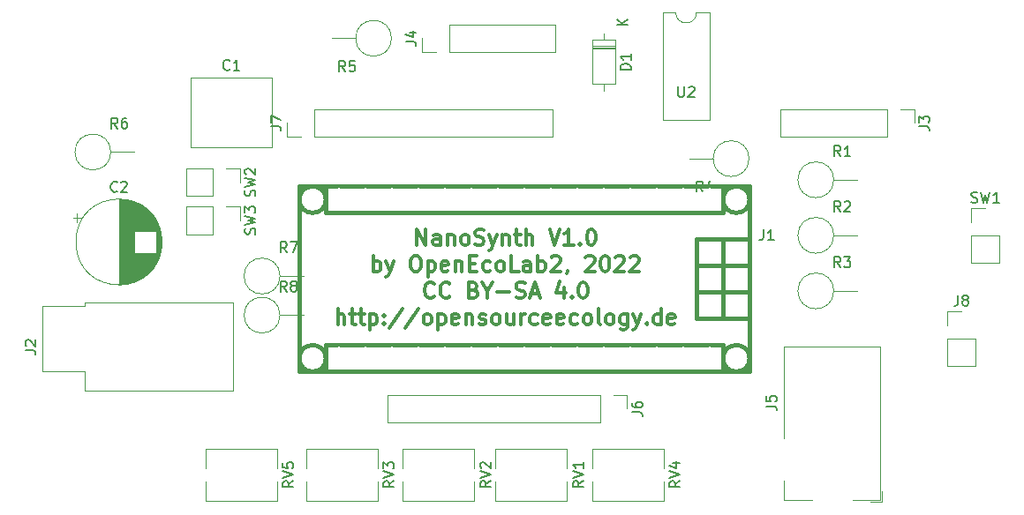
<source format=gto>
G04 #@! TF.GenerationSoftware,KiCad,Pcbnew,5.0.2+dfsg1-1~bpo9+1*
G04 #@! TF.CreationDate,2022-10-20T11:28:44+02:00*
G04 #@! TF.ProjectId,nanosynth,6e616e6f-7379-46e7-9468-2e6b69636164,V.01*
G04 #@! TF.SameCoordinates,Original*
G04 #@! TF.FileFunction,Legend,Top*
G04 #@! TF.FilePolarity,Positive*
%FSLAX46Y46*%
G04 Gerber Fmt 4.6, Leading zero omitted, Abs format (unit mm)*
G04 Created by KiCad (PCBNEW 5.0.2+dfsg1-1~bpo9+1) date Do 20 Okt 2022 11:28:44 CEST*
%MOMM*%
%LPD*%
G01*
G04 APERTURE LIST*
%ADD10C,0.300000*%
%ADD11C,0.120000*%
%ADD12C,0.381000*%
%ADD13C,0.150000*%
%ADD14C,0.203200*%
%ADD15O,1.700000X1.700000*%
%ADD16R,1.700000X1.700000*%
%ADD17C,1.440000*%
%ADD18C,1.600000*%
%ADD19R,1.600000X1.600000*%
%ADD20O,1.600000X1.600000*%
%ADD21O,1.524000X2.199640*%
%ADD22O,1.524000X2.197100*%
%ADD23O,1.800000X2.800000*%
%ADD24R,3.500000X3.500000*%
%ADD25C,0.100000*%
%ADD26C,3.000000*%
%ADD27C,3.500000*%
%ADD28R,2.400000X1.600000*%
%ADD29O,2.400000X1.600000*%
%ADD30C,0.900000*%
%ADD31C,8.000000*%
G04 APERTURE END LIST*
D10*
X99668285Y-93754571D02*
X99668285Y-92254571D01*
X100525428Y-93754571D01*
X100525428Y-92254571D01*
X101882571Y-93754571D02*
X101882571Y-92968857D01*
X101811142Y-92826000D01*
X101668285Y-92754571D01*
X101382571Y-92754571D01*
X101239714Y-92826000D01*
X101882571Y-93683142D02*
X101739714Y-93754571D01*
X101382571Y-93754571D01*
X101239714Y-93683142D01*
X101168285Y-93540285D01*
X101168285Y-93397428D01*
X101239714Y-93254571D01*
X101382571Y-93183142D01*
X101739714Y-93183142D01*
X101882571Y-93111714D01*
X102596857Y-92754571D02*
X102596857Y-93754571D01*
X102596857Y-92897428D02*
X102668285Y-92826000D01*
X102811142Y-92754571D01*
X103025428Y-92754571D01*
X103168285Y-92826000D01*
X103239714Y-92968857D01*
X103239714Y-93754571D01*
X104168285Y-93754571D02*
X104025428Y-93683142D01*
X103954000Y-93611714D01*
X103882571Y-93468857D01*
X103882571Y-93040285D01*
X103954000Y-92897428D01*
X104025428Y-92826000D01*
X104168285Y-92754571D01*
X104382571Y-92754571D01*
X104525428Y-92826000D01*
X104596857Y-92897428D01*
X104668285Y-93040285D01*
X104668285Y-93468857D01*
X104596857Y-93611714D01*
X104525428Y-93683142D01*
X104382571Y-93754571D01*
X104168285Y-93754571D01*
X105239714Y-93683142D02*
X105454000Y-93754571D01*
X105811142Y-93754571D01*
X105954000Y-93683142D01*
X106025428Y-93611714D01*
X106096857Y-93468857D01*
X106096857Y-93326000D01*
X106025428Y-93183142D01*
X105954000Y-93111714D01*
X105811142Y-93040285D01*
X105525428Y-92968857D01*
X105382571Y-92897428D01*
X105311142Y-92826000D01*
X105239714Y-92683142D01*
X105239714Y-92540285D01*
X105311142Y-92397428D01*
X105382571Y-92326000D01*
X105525428Y-92254571D01*
X105882571Y-92254571D01*
X106096857Y-92326000D01*
X106596857Y-92754571D02*
X106954000Y-93754571D01*
X107311142Y-92754571D02*
X106954000Y-93754571D01*
X106811142Y-94111714D01*
X106739714Y-94183142D01*
X106596857Y-94254571D01*
X107882571Y-92754571D02*
X107882571Y-93754571D01*
X107882571Y-92897428D02*
X107954000Y-92826000D01*
X108096857Y-92754571D01*
X108311142Y-92754571D01*
X108454000Y-92826000D01*
X108525428Y-92968857D01*
X108525428Y-93754571D01*
X109025428Y-92754571D02*
X109596857Y-92754571D01*
X109239714Y-92254571D02*
X109239714Y-93540285D01*
X109311142Y-93683142D01*
X109454000Y-93754571D01*
X109596857Y-93754571D01*
X110096857Y-93754571D02*
X110096857Y-92254571D01*
X110739714Y-93754571D02*
X110739714Y-92968857D01*
X110668285Y-92826000D01*
X110525428Y-92754571D01*
X110311142Y-92754571D01*
X110168285Y-92826000D01*
X110096857Y-92897428D01*
X112382571Y-92254571D02*
X112882571Y-93754571D01*
X113382571Y-92254571D01*
X114668285Y-93754571D02*
X113811142Y-93754571D01*
X114239714Y-93754571D02*
X114239714Y-92254571D01*
X114096857Y-92468857D01*
X113954000Y-92611714D01*
X113811142Y-92683142D01*
X115311142Y-93611714D02*
X115382571Y-93683142D01*
X115311142Y-93754571D01*
X115239714Y-93683142D01*
X115311142Y-93611714D01*
X115311142Y-93754571D01*
X116311142Y-92254571D02*
X116454000Y-92254571D01*
X116596857Y-92326000D01*
X116668285Y-92397428D01*
X116739714Y-92540285D01*
X116811142Y-92826000D01*
X116811142Y-93183142D01*
X116739714Y-93468857D01*
X116668285Y-93611714D01*
X116596857Y-93683142D01*
X116454000Y-93754571D01*
X116311142Y-93754571D01*
X116168285Y-93683142D01*
X116096857Y-93611714D01*
X116025428Y-93468857D01*
X115954000Y-93183142D01*
X115954000Y-92826000D01*
X116025428Y-92540285D01*
X116096857Y-92397428D01*
X116168285Y-92326000D01*
X116311142Y-92254571D01*
X95489714Y-96304571D02*
X95489714Y-94804571D01*
X95489714Y-95376000D02*
X95632571Y-95304571D01*
X95918285Y-95304571D01*
X96061142Y-95376000D01*
X96132571Y-95447428D01*
X96204000Y-95590285D01*
X96204000Y-96018857D01*
X96132571Y-96161714D01*
X96061142Y-96233142D01*
X95918285Y-96304571D01*
X95632571Y-96304571D01*
X95489714Y-96233142D01*
X96704000Y-95304571D02*
X97061142Y-96304571D01*
X97418285Y-95304571D02*
X97061142Y-96304571D01*
X96918285Y-96661714D01*
X96846857Y-96733142D01*
X96704000Y-96804571D01*
X99418285Y-94804571D02*
X99704000Y-94804571D01*
X99846857Y-94876000D01*
X99989714Y-95018857D01*
X100061142Y-95304571D01*
X100061142Y-95804571D01*
X99989714Y-96090285D01*
X99846857Y-96233142D01*
X99704000Y-96304571D01*
X99418285Y-96304571D01*
X99275428Y-96233142D01*
X99132571Y-96090285D01*
X99061142Y-95804571D01*
X99061142Y-95304571D01*
X99132571Y-95018857D01*
X99275428Y-94876000D01*
X99418285Y-94804571D01*
X100704000Y-95304571D02*
X100704000Y-96804571D01*
X100704000Y-95376000D02*
X100846857Y-95304571D01*
X101132571Y-95304571D01*
X101275428Y-95376000D01*
X101346857Y-95447428D01*
X101418285Y-95590285D01*
X101418285Y-96018857D01*
X101346857Y-96161714D01*
X101275428Y-96233142D01*
X101132571Y-96304571D01*
X100846857Y-96304571D01*
X100704000Y-96233142D01*
X102632571Y-96233142D02*
X102489714Y-96304571D01*
X102204000Y-96304571D01*
X102061142Y-96233142D01*
X101989714Y-96090285D01*
X101989714Y-95518857D01*
X102061142Y-95376000D01*
X102204000Y-95304571D01*
X102489714Y-95304571D01*
X102632571Y-95376000D01*
X102704000Y-95518857D01*
X102704000Y-95661714D01*
X101989714Y-95804571D01*
X103346857Y-95304571D02*
X103346857Y-96304571D01*
X103346857Y-95447428D02*
X103418285Y-95376000D01*
X103561142Y-95304571D01*
X103775428Y-95304571D01*
X103918285Y-95376000D01*
X103989714Y-95518857D01*
X103989714Y-96304571D01*
X104704000Y-95518857D02*
X105204000Y-95518857D01*
X105418285Y-96304571D02*
X104704000Y-96304571D01*
X104704000Y-94804571D01*
X105418285Y-94804571D01*
X106704000Y-96233142D02*
X106561142Y-96304571D01*
X106275428Y-96304571D01*
X106132571Y-96233142D01*
X106061142Y-96161714D01*
X105989714Y-96018857D01*
X105989714Y-95590285D01*
X106061142Y-95447428D01*
X106132571Y-95376000D01*
X106275428Y-95304571D01*
X106561142Y-95304571D01*
X106704000Y-95376000D01*
X107561142Y-96304571D02*
X107418285Y-96233142D01*
X107346857Y-96161714D01*
X107275428Y-96018857D01*
X107275428Y-95590285D01*
X107346857Y-95447428D01*
X107418285Y-95376000D01*
X107561142Y-95304571D01*
X107775428Y-95304571D01*
X107918285Y-95376000D01*
X107989714Y-95447428D01*
X108061142Y-95590285D01*
X108061142Y-96018857D01*
X107989714Y-96161714D01*
X107918285Y-96233142D01*
X107775428Y-96304571D01*
X107561142Y-96304571D01*
X109418285Y-96304571D02*
X108704000Y-96304571D01*
X108704000Y-94804571D01*
X110561142Y-96304571D02*
X110561142Y-95518857D01*
X110489714Y-95376000D01*
X110346857Y-95304571D01*
X110061142Y-95304571D01*
X109918285Y-95376000D01*
X110561142Y-96233142D02*
X110418285Y-96304571D01*
X110061142Y-96304571D01*
X109918285Y-96233142D01*
X109846857Y-96090285D01*
X109846857Y-95947428D01*
X109918285Y-95804571D01*
X110061142Y-95733142D01*
X110418285Y-95733142D01*
X110561142Y-95661714D01*
X111275428Y-96304571D02*
X111275428Y-94804571D01*
X111275428Y-95376000D02*
X111418285Y-95304571D01*
X111704000Y-95304571D01*
X111846857Y-95376000D01*
X111918285Y-95447428D01*
X111989714Y-95590285D01*
X111989714Y-96018857D01*
X111918285Y-96161714D01*
X111846857Y-96233142D01*
X111704000Y-96304571D01*
X111418285Y-96304571D01*
X111275428Y-96233142D01*
X112561142Y-94947428D02*
X112632571Y-94876000D01*
X112775428Y-94804571D01*
X113132571Y-94804571D01*
X113275428Y-94876000D01*
X113346857Y-94947428D01*
X113418285Y-95090285D01*
X113418285Y-95233142D01*
X113346857Y-95447428D01*
X112489714Y-96304571D01*
X113418285Y-96304571D01*
X114132571Y-96233142D02*
X114132571Y-96304571D01*
X114061142Y-96447428D01*
X113989714Y-96518857D01*
X115846857Y-94947428D02*
X115918285Y-94876000D01*
X116061142Y-94804571D01*
X116418285Y-94804571D01*
X116561142Y-94876000D01*
X116632571Y-94947428D01*
X116704000Y-95090285D01*
X116704000Y-95233142D01*
X116632571Y-95447428D01*
X115775428Y-96304571D01*
X116704000Y-96304571D01*
X117632571Y-94804571D02*
X117775428Y-94804571D01*
X117918285Y-94876000D01*
X117989714Y-94947428D01*
X118061142Y-95090285D01*
X118132571Y-95376000D01*
X118132571Y-95733142D01*
X118061142Y-96018857D01*
X117989714Y-96161714D01*
X117918285Y-96233142D01*
X117775428Y-96304571D01*
X117632571Y-96304571D01*
X117489714Y-96233142D01*
X117418285Y-96161714D01*
X117346857Y-96018857D01*
X117275428Y-95733142D01*
X117275428Y-95376000D01*
X117346857Y-95090285D01*
X117418285Y-94947428D01*
X117489714Y-94876000D01*
X117632571Y-94804571D01*
X118704000Y-94947428D02*
X118775428Y-94876000D01*
X118918285Y-94804571D01*
X119275428Y-94804571D01*
X119418285Y-94876000D01*
X119489714Y-94947428D01*
X119561142Y-95090285D01*
X119561142Y-95233142D01*
X119489714Y-95447428D01*
X118632571Y-96304571D01*
X119561142Y-96304571D01*
X120132571Y-94947428D02*
X120204000Y-94876000D01*
X120346857Y-94804571D01*
X120704000Y-94804571D01*
X120846857Y-94876000D01*
X120918285Y-94947428D01*
X120989714Y-95090285D01*
X120989714Y-95233142D01*
X120918285Y-95447428D01*
X120061142Y-96304571D01*
X120989714Y-96304571D01*
X101311142Y-98711714D02*
X101239714Y-98783142D01*
X101025428Y-98854571D01*
X100882571Y-98854571D01*
X100668285Y-98783142D01*
X100525428Y-98640285D01*
X100454000Y-98497428D01*
X100382571Y-98211714D01*
X100382571Y-97997428D01*
X100454000Y-97711714D01*
X100525428Y-97568857D01*
X100668285Y-97426000D01*
X100882571Y-97354571D01*
X101025428Y-97354571D01*
X101239714Y-97426000D01*
X101311142Y-97497428D01*
X102811142Y-98711714D02*
X102739714Y-98783142D01*
X102525428Y-98854571D01*
X102382571Y-98854571D01*
X102168285Y-98783142D01*
X102025428Y-98640285D01*
X101954000Y-98497428D01*
X101882571Y-98211714D01*
X101882571Y-97997428D01*
X101954000Y-97711714D01*
X102025428Y-97568857D01*
X102168285Y-97426000D01*
X102382571Y-97354571D01*
X102525428Y-97354571D01*
X102739714Y-97426000D01*
X102811142Y-97497428D01*
X105096857Y-98068857D02*
X105311142Y-98140285D01*
X105382571Y-98211714D01*
X105454000Y-98354571D01*
X105454000Y-98568857D01*
X105382571Y-98711714D01*
X105311142Y-98783142D01*
X105168285Y-98854571D01*
X104596857Y-98854571D01*
X104596857Y-97354571D01*
X105096857Y-97354571D01*
X105239714Y-97426000D01*
X105311142Y-97497428D01*
X105382571Y-97640285D01*
X105382571Y-97783142D01*
X105311142Y-97926000D01*
X105239714Y-97997428D01*
X105096857Y-98068857D01*
X104596857Y-98068857D01*
X106382571Y-98140285D02*
X106382571Y-98854571D01*
X105882571Y-97354571D02*
X106382571Y-98140285D01*
X106882571Y-97354571D01*
X107382571Y-98283142D02*
X108525428Y-98283142D01*
X109168285Y-98783142D02*
X109382571Y-98854571D01*
X109739714Y-98854571D01*
X109882571Y-98783142D01*
X109954000Y-98711714D01*
X110025428Y-98568857D01*
X110025428Y-98426000D01*
X109954000Y-98283142D01*
X109882571Y-98211714D01*
X109739714Y-98140285D01*
X109454000Y-98068857D01*
X109311142Y-97997428D01*
X109239714Y-97926000D01*
X109168285Y-97783142D01*
X109168285Y-97640285D01*
X109239714Y-97497428D01*
X109311142Y-97426000D01*
X109454000Y-97354571D01*
X109811142Y-97354571D01*
X110025428Y-97426000D01*
X110596857Y-98426000D02*
X111311142Y-98426000D01*
X110454000Y-98854571D02*
X110954000Y-97354571D01*
X111454000Y-98854571D01*
X113739714Y-97854571D02*
X113739714Y-98854571D01*
X113382571Y-97283142D02*
X113025428Y-98354571D01*
X113954000Y-98354571D01*
X114525428Y-98711714D02*
X114596857Y-98783142D01*
X114525428Y-98854571D01*
X114454000Y-98783142D01*
X114525428Y-98711714D01*
X114525428Y-98854571D01*
X115525428Y-97354571D02*
X115668285Y-97354571D01*
X115811142Y-97426000D01*
X115882571Y-97497428D01*
X115954000Y-97640285D01*
X116025428Y-97926000D01*
X116025428Y-98283142D01*
X115954000Y-98568857D01*
X115882571Y-98711714D01*
X115811142Y-98783142D01*
X115668285Y-98854571D01*
X115525428Y-98854571D01*
X115382571Y-98783142D01*
X115311142Y-98711714D01*
X115239714Y-98568857D01*
X115168285Y-98283142D01*
X115168285Y-97926000D01*
X115239714Y-97640285D01*
X115311142Y-97497428D01*
X115382571Y-97426000D01*
X115525428Y-97354571D01*
X92061142Y-101404571D02*
X92061142Y-99904571D01*
X92704000Y-101404571D02*
X92704000Y-100618857D01*
X92632571Y-100476000D01*
X92489714Y-100404571D01*
X92275428Y-100404571D01*
X92132571Y-100476000D01*
X92061142Y-100547428D01*
X93204000Y-100404571D02*
X93775428Y-100404571D01*
X93418285Y-99904571D02*
X93418285Y-101190285D01*
X93489714Y-101333142D01*
X93632571Y-101404571D01*
X93775428Y-101404571D01*
X94061142Y-100404571D02*
X94632571Y-100404571D01*
X94275428Y-99904571D02*
X94275428Y-101190285D01*
X94346857Y-101333142D01*
X94489714Y-101404571D01*
X94632571Y-101404571D01*
X95132571Y-100404571D02*
X95132571Y-101904571D01*
X95132571Y-100476000D02*
X95275428Y-100404571D01*
X95561142Y-100404571D01*
X95704000Y-100476000D01*
X95775428Y-100547428D01*
X95846857Y-100690285D01*
X95846857Y-101118857D01*
X95775428Y-101261714D01*
X95704000Y-101333142D01*
X95561142Y-101404571D01*
X95275428Y-101404571D01*
X95132571Y-101333142D01*
X96489714Y-101261714D02*
X96561142Y-101333142D01*
X96489714Y-101404571D01*
X96418285Y-101333142D01*
X96489714Y-101261714D01*
X96489714Y-101404571D01*
X96489714Y-100476000D02*
X96561142Y-100547428D01*
X96489714Y-100618857D01*
X96418285Y-100547428D01*
X96489714Y-100476000D01*
X96489714Y-100618857D01*
X98275428Y-99833142D02*
X96989714Y-101761714D01*
X99846857Y-99833142D02*
X98561142Y-101761714D01*
X100561142Y-101404571D02*
X100418285Y-101333142D01*
X100346857Y-101261714D01*
X100275428Y-101118857D01*
X100275428Y-100690285D01*
X100346857Y-100547428D01*
X100418285Y-100476000D01*
X100561142Y-100404571D01*
X100775428Y-100404571D01*
X100918285Y-100476000D01*
X100989714Y-100547428D01*
X101061142Y-100690285D01*
X101061142Y-101118857D01*
X100989714Y-101261714D01*
X100918285Y-101333142D01*
X100775428Y-101404571D01*
X100561142Y-101404571D01*
X101704000Y-100404571D02*
X101704000Y-101904571D01*
X101704000Y-100476000D02*
X101846857Y-100404571D01*
X102132571Y-100404571D01*
X102275428Y-100476000D01*
X102346857Y-100547428D01*
X102418285Y-100690285D01*
X102418285Y-101118857D01*
X102346857Y-101261714D01*
X102275428Y-101333142D01*
X102132571Y-101404571D01*
X101846857Y-101404571D01*
X101704000Y-101333142D01*
X103632571Y-101333142D02*
X103489714Y-101404571D01*
X103204000Y-101404571D01*
X103061142Y-101333142D01*
X102989714Y-101190285D01*
X102989714Y-100618857D01*
X103061142Y-100476000D01*
X103204000Y-100404571D01*
X103489714Y-100404571D01*
X103632571Y-100476000D01*
X103704000Y-100618857D01*
X103704000Y-100761714D01*
X102989714Y-100904571D01*
X104346857Y-100404571D02*
X104346857Y-101404571D01*
X104346857Y-100547428D02*
X104418285Y-100476000D01*
X104561142Y-100404571D01*
X104775428Y-100404571D01*
X104918285Y-100476000D01*
X104989714Y-100618857D01*
X104989714Y-101404571D01*
X105632571Y-101333142D02*
X105775428Y-101404571D01*
X106061142Y-101404571D01*
X106204000Y-101333142D01*
X106275428Y-101190285D01*
X106275428Y-101118857D01*
X106204000Y-100976000D01*
X106061142Y-100904571D01*
X105846857Y-100904571D01*
X105704000Y-100833142D01*
X105632571Y-100690285D01*
X105632571Y-100618857D01*
X105704000Y-100476000D01*
X105846857Y-100404571D01*
X106061142Y-100404571D01*
X106204000Y-100476000D01*
X107132571Y-101404571D02*
X106989714Y-101333142D01*
X106918285Y-101261714D01*
X106846857Y-101118857D01*
X106846857Y-100690285D01*
X106918285Y-100547428D01*
X106989714Y-100476000D01*
X107132571Y-100404571D01*
X107346857Y-100404571D01*
X107489714Y-100476000D01*
X107561142Y-100547428D01*
X107632571Y-100690285D01*
X107632571Y-101118857D01*
X107561142Y-101261714D01*
X107489714Y-101333142D01*
X107346857Y-101404571D01*
X107132571Y-101404571D01*
X108918285Y-100404571D02*
X108918285Y-101404571D01*
X108275428Y-100404571D02*
X108275428Y-101190285D01*
X108346857Y-101333142D01*
X108489714Y-101404571D01*
X108704000Y-101404571D01*
X108846857Y-101333142D01*
X108918285Y-101261714D01*
X109632571Y-101404571D02*
X109632571Y-100404571D01*
X109632571Y-100690285D02*
X109704000Y-100547428D01*
X109775428Y-100476000D01*
X109918285Y-100404571D01*
X110061142Y-100404571D01*
X111204000Y-101333142D02*
X111061142Y-101404571D01*
X110775428Y-101404571D01*
X110632571Y-101333142D01*
X110561142Y-101261714D01*
X110489714Y-101118857D01*
X110489714Y-100690285D01*
X110561142Y-100547428D01*
X110632571Y-100476000D01*
X110775428Y-100404571D01*
X111061142Y-100404571D01*
X111204000Y-100476000D01*
X112418285Y-101333142D02*
X112275428Y-101404571D01*
X111989714Y-101404571D01*
X111846857Y-101333142D01*
X111775428Y-101190285D01*
X111775428Y-100618857D01*
X111846857Y-100476000D01*
X111989714Y-100404571D01*
X112275428Y-100404571D01*
X112418285Y-100476000D01*
X112489714Y-100618857D01*
X112489714Y-100761714D01*
X111775428Y-100904571D01*
X113704000Y-101333142D02*
X113561142Y-101404571D01*
X113275428Y-101404571D01*
X113132571Y-101333142D01*
X113061142Y-101190285D01*
X113061142Y-100618857D01*
X113132571Y-100476000D01*
X113275428Y-100404571D01*
X113561142Y-100404571D01*
X113704000Y-100476000D01*
X113775428Y-100618857D01*
X113775428Y-100761714D01*
X113061142Y-100904571D01*
X115061142Y-101333142D02*
X114918285Y-101404571D01*
X114632571Y-101404571D01*
X114489714Y-101333142D01*
X114418285Y-101261714D01*
X114346857Y-101118857D01*
X114346857Y-100690285D01*
X114418285Y-100547428D01*
X114489714Y-100476000D01*
X114632571Y-100404571D01*
X114918285Y-100404571D01*
X115061142Y-100476000D01*
X115918285Y-101404571D02*
X115775428Y-101333142D01*
X115704000Y-101261714D01*
X115632571Y-101118857D01*
X115632571Y-100690285D01*
X115704000Y-100547428D01*
X115775428Y-100476000D01*
X115918285Y-100404571D01*
X116132571Y-100404571D01*
X116275428Y-100476000D01*
X116346857Y-100547428D01*
X116418285Y-100690285D01*
X116418285Y-101118857D01*
X116346857Y-101261714D01*
X116275428Y-101333142D01*
X116132571Y-101404571D01*
X115918285Y-101404571D01*
X117275428Y-101404571D02*
X117132571Y-101333142D01*
X117061142Y-101190285D01*
X117061142Y-99904571D01*
X118061142Y-101404571D02*
X117918285Y-101333142D01*
X117846857Y-101261714D01*
X117775428Y-101118857D01*
X117775428Y-100690285D01*
X117846857Y-100547428D01*
X117918285Y-100476000D01*
X118061142Y-100404571D01*
X118275428Y-100404571D01*
X118418285Y-100476000D01*
X118489714Y-100547428D01*
X118561142Y-100690285D01*
X118561142Y-101118857D01*
X118489714Y-101261714D01*
X118418285Y-101333142D01*
X118275428Y-101404571D01*
X118061142Y-101404571D01*
X119846857Y-100404571D02*
X119846857Y-101618857D01*
X119775428Y-101761714D01*
X119704000Y-101833142D01*
X119561142Y-101904571D01*
X119346857Y-101904571D01*
X119204000Y-101833142D01*
X119846857Y-101333142D02*
X119704000Y-101404571D01*
X119418285Y-101404571D01*
X119275428Y-101333142D01*
X119204000Y-101261714D01*
X119132571Y-101118857D01*
X119132571Y-100690285D01*
X119204000Y-100547428D01*
X119275428Y-100476000D01*
X119418285Y-100404571D01*
X119704000Y-100404571D01*
X119846857Y-100476000D01*
X120418285Y-100404571D02*
X120775428Y-101404571D01*
X121132571Y-100404571D02*
X120775428Y-101404571D01*
X120632571Y-101761714D01*
X120561142Y-101833142D01*
X120418285Y-101904571D01*
X121704000Y-101261714D02*
X121775428Y-101333142D01*
X121704000Y-101404571D01*
X121632571Y-101333142D01*
X121704000Y-101261714D01*
X121704000Y-101404571D01*
X123061142Y-101404571D02*
X123061142Y-99904571D01*
X123061142Y-101333142D02*
X122918285Y-101404571D01*
X122632571Y-101404571D01*
X122489714Y-101333142D01*
X122418285Y-101261714D01*
X122346857Y-101118857D01*
X122346857Y-100690285D01*
X122418285Y-100547428D01*
X122489714Y-100476000D01*
X122632571Y-100404571D01*
X122918285Y-100404571D01*
X123061142Y-100476000D01*
X124346857Y-101333142D02*
X124204000Y-101404571D01*
X123918285Y-101404571D01*
X123775428Y-101333142D01*
X123704000Y-101190285D01*
X123704000Y-100618857D01*
X123775428Y-100476000D01*
X123918285Y-100404571D01*
X124204000Y-100404571D01*
X124346857Y-100476000D01*
X124418285Y-100618857D01*
X124418285Y-100761714D01*
X123704000Y-100904571D01*
D11*
G04 #@! TO.C,J3*
X147380000Y-80712000D02*
X147380000Y-82042000D01*
X146050000Y-80712000D02*
X147380000Y-80712000D01*
X144780000Y-80712000D02*
X144780000Y-83372000D01*
X144780000Y-83372000D02*
X134560000Y-83372000D01*
X144780000Y-80712000D02*
X134560000Y-80712000D01*
X134560000Y-80712000D02*
X134560000Y-83372000D01*
G04 #@! TO.C,J4*
X112963000Y-75244000D02*
X112963000Y-72584000D01*
X102743000Y-75244000D02*
X112963000Y-75244000D01*
X102743000Y-72584000D02*
X112963000Y-72584000D01*
X102743000Y-75244000D02*
X102743000Y-72584000D01*
X101473000Y-75244000D02*
X100143000Y-75244000D01*
X100143000Y-75244000D02*
X100143000Y-73914000D01*
G04 #@! TO.C,RV5*
X86224000Y-113354000D02*
X86224000Y-115174000D01*
X86224000Y-116474000D02*
X86224000Y-118294000D01*
X79384000Y-113354000D02*
X79384000Y-115174000D01*
X79384000Y-116474000D02*
X79384000Y-118294000D01*
X86224000Y-118294000D02*
X79384000Y-118294000D01*
X86224000Y-113354000D02*
X79384000Y-113354000D01*
G04 #@! TO.C,RV4*
X123308000Y-113354000D02*
X116468000Y-113354000D01*
X123308000Y-118294000D02*
X116468000Y-118294000D01*
X116468000Y-116474000D02*
X116468000Y-118294000D01*
X116468000Y-113354000D02*
X116468000Y-115174000D01*
X123308000Y-116474000D02*
X123308000Y-118294000D01*
X123308000Y-113354000D02*
X123308000Y-115174000D01*
G04 #@! TO.C,RV3*
X95876000Y-113354000D02*
X95876000Y-115174000D01*
X95876000Y-116474000D02*
X95876000Y-118294000D01*
X89036000Y-113354000D02*
X89036000Y-115174000D01*
X89036000Y-116474000D02*
X89036000Y-118294000D01*
X95876000Y-118294000D02*
X89036000Y-118294000D01*
X95876000Y-113354000D02*
X89036000Y-113354000D01*
G04 #@! TO.C,RV1*
X114037000Y-113354000D02*
X107197000Y-113354000D01*
X114037000Y-118294000D02*
X107197000Y-118294000D01*
X107197000Y-116474000D02*
X107197000Y-118294000D01*
X107197000Y-113354000D02*
X107197000Y-115174000D01*
X114037000Y-116474000D02*
X114037000Y-118294000D01*
X114037000Y-113354000D02*
X114037000Y-115174000D01*
G04 #@! TO.C,RV2*
X105147000Y-113354000D02*
X105147000Y-115174000D01*
X105147000Y-116474000D02*
X105147000Y-118294000D01*
X98307000Y-113354000D02*
X98307000Y-115174000D01*
X98307000Y-116474000D02*
X98307000Y-118294000D01*
X105147000Y-118294000D02*
X98307000Y-118294000D01*
X105147000Y-113354000D02*
X98307000Y-113354000D01*
G04 #@! TO.C,C1*
X78005000Y-77656000D02*
X85745000Y-77656000D01*
X78005000Y-84396000D02*
X85745000Y-84396000D01*
X78005000Y-77656000D02*
X78005000Y-84396000D01*
X85745000Y-77656000D02*
X85745000Y-84396000D01*
G04 #@! TO.C,C2*
X75200000Y-93472000D02*
G75*
G03X75200000Y-93472000I-4120000J0D01*
G01*
X71080000Y-89392000D02*
X71080000Y-97552000D01*
X71120000Y-89392000D02*
X71120000Y-97552000D01*
X71160000Y-89392000D02*
X71160000Y-97552000D01*
X71200000Y-89393000D02*
X71200000Y-97551000D01*
X71240000Y-89395000D02*
X71240000Y-97549000D01*
X71280000Y-89396000D02*
X71280000Y-97548000D01*
X71320000Y-89398000D02*
X71320000Y-97546000D01*
X71360000Y-89401000D02*
X71360000Y-97543000D01*
X71400000Y-89404000D02*
X71400000Y-97540000D01*
X71440000Y-89407000D02*
X71440000Y-97537000D01*
X71480000Y-89411000D02*
X71480000Y-97533000D01*
X71520000Y-89415000D02*
X71520000Y-97529000D01*
X71560000Y-89420000D02*
X71560000Y-97524000D01*
X71600000Y-89424000D02*
X71600000Y-97520000D01*
X71640000Y-89430000D02*
X71640000Y-97514000D01*
X71680000Y-89435000D02*
X71680000Y-97509000D01*
X71720000Y-89442000D02*
X71720000Y-97502000D01*
X71760000Y-89448000D02*
X71760000Y-97496000D01*
X71801000Y-89455000D02*
X71801000Y-97489000D01*
X71841000Y-89462000D02*
X71841000Y-97482000D01*
X71881000Y-89470000D02*
X71881000Y-97474000D01*
X71921000Y-89478000D02*
X71921000Y-97466000D01*
X71961000Y-89487000D02*
X71961000Y-97457000D01*
X72001000Y-89496000D02*
X72001000Y-97448000D01*
X72041000Y-89505000D02*
X72041000Y-97439000D01*
X72081000Y-89515000D02*
X72081000Y-97429000D01*
X72121000Y-89525000D02*
X72121000Y-97419000D01*
X72161000Y-89536000D02*
X72161000Y-97408000D01*
X72201000Y-89547000D02*
X72201000Y-97397000D01*
X72241000Y-89558000D02*
X72241000Y-97386000D01*
X72281000Y-89570000D02*
X72281000Y-97374000D01*
X72321000Y-89583000D02*
X72321000Y-97361000D01*
X72361000Y-89595000D02*
X72361000Y-97349000D01*
X72401000Y-89609000D02*
X72401000Y-97335000D01*
X72441000Y-89622000D02*
X72441000Y-97322000D01*
X72481000Y-89637000D02*
X72481000Y-97307000D01*
X72521000Y-89651000D02*
X72521000Y-97293000D01*
X72561000Y-89667000D02*
X72561000Y-92432000D01*
X72561000Y-94512000D02*
X72561000Y-97277000D01*
X72601000Y-89682000D02*
X72601000Y-92432000D01*
X72601000Y-94512000D02*
X72601000Y-97262000D01*
X72641000Y-89698000D02*
X72641000Y-92432000D01*
X72641000Y-94512000D02*
X72641000Y-97246000D01*
X72681000Y-89715000D02*
X72681000Y-92432000D01*
X72681000Y-94512000D02*
X72681000Y-97229000D01*
X72721000Y-89732000D02*
X72721000Y-92432000D01*
X72721000Y-94512000D02*
X72721000Y-97212000D01*
X72761000Y-89750000D02*
X72761000Y-92432000D01*
X72761000Y-94512000D02*
X72761000Y-97194000D01*
X72801000Y-89768000D02*
X72801000Y-92432000D01*
X72801000Y-94512000D02*
X72801000Y-97176000D01*
X72841000Y-89786000D02*
X72841000Y-92432000D01*
X72841000Y-94512000D02*
X72841000Y-97158000D01*
X72881000Y-89806000D02*
X72881000Y-92432000D01*
X72881000Y-94512000D02*
X72881000Y-97138000D01*
X72921000Y-89825000D02*
X72921000Y-92432000D01*
X72921000Y-94512000D02*
X72921000Y-97119000D01*
X72961000Y-89845000D02*
X72961000Y-92432000D01*
X72961000Y-94512000D02*
X72961000Y-97099000D01*
X73001000Y-89866000D02*
X73001000Y-92432000D01*
X73001000Y-94512000D02*
X73001000Y-97078000D01*
X73041000Y-89888000D02*
X73041000Y-92432000D01*
X73041000Y-94512000D02*
X73041000Y-97056000D01*
X73081000Y-89910000D02*
X73081000Y-92432000D01*
X73081000Y-94512000D02*
X73081000Y-97034000D01*
X73121000Y-89932000D02*
X73121000Y-92432000D01*
X73121000Y-94512000D02*
X73121000Y-97012000D01*
X73161000Y-89955000D02*
X73161000Y-92432000D01*
X73161000Y-94512000D02*
X73161000Y-96989000D01*
X73201000Y-89979000D02*
X73201000Y-92432000D01*
X73201000Y-94512000D02*
X73201000Y-96965000D01*
X73241000Y-90003000D02*
X73241000Y-92432000D01*
X73241000Y-94512000D02*
X73241000Y-96941000D01*
X73281000Y-90028000D02*
X73281000Y-92432000D01*
X73281000Y-94512000D02*
X73281000Y-96916000D01*
X73321000Y-90054000D02*
X73321000Y-92432000D01*
X73321000Y-94512000D02*
X73321000Y-96890000D01*
X73361000Y-90080000D02*
X73361000Y-92432000D01*
X73361000Y-94512000D02*
X73361000Y-96864000D01*
X73401000Y-90107000D02*
X73401000Y-92432000D01*
X73401000Y-94512000D02*
X73401000Y-96837000D01*
X73441000Y-90134000D02*
X73441000Y-92432000D01*
X73441000Y-94512000D02*
X73441000Y-96810000D01*
X73481000Y-90163000D02*
X73481000Y-92432000D01*
X73481000Y-94512000D02*
X73481000Y-96781000D01*
X73521000Y-90192000D02*
X73521000Y-92432000D01*
X73521000Y-94512000D02*
X73521000Y-96752000D01*
X73561000Y-90222000D02*
X73561000Y-92432000D01*
X73561000Y-94512000D02*
X73561000Y-96722000D01*
X73601000Y-90252000D02*
X73601000Y-92432000D01*
X73601000Y-94512000D02*
X73601000Y-96692000D01*
X73641000Y-90283000D02*
X73641000Y-92432000D01*
X73641000Y-94512000D02*
X73641000Y-96661000D01*
X73681000Y-90316000D02*
X73681000Y-92432000D01*
X73681000Y-94512000D02*
X73681000Y-96628000D01*
X73721000Y-90348000D02*
X73721000Y-92432000D01*
X73721000Y-94512000D02*
X73721000Y-96596000D01*
X73761000Y-90382000D02*
X73761000Y-92432000D01*
X73761000Y-94512000D02*
X73761000Y-96562000D01*
X73801000Y-90417000D02*
X73801000Y-92432000D01*
X73801000Y-94512000D02*
X73801000Y-96527000D01*
X73841000Y-90453000D02*
X73841000Y-92432000D01*
X73841000Y-94512000D02*
X73841000Y-96491000D01*
X73881000Y-90489000D02*
X73881000Y-92432000D01*
X73881000Y-94512000D02*
X73881000Y-96455000D01*
X73921000Y-90527000D02*
X73921000Y-92432000D01*
X73921000Y-94512000D02*
X73921000Y-96417000D01*
X73961000Y-90565000D02*
X73961000Y-92432000D01*
X73961000Y-94512000D02*
X73961000Y-96379000D01*
X74001000Y-90605000D02*
X74001000Y-92432000D01*
X74001000Y-94512000D02*
X74001000Y-96339000D01*
X74041000Y-90646000D02*
X74041000Y-92432000D01*
X74041000Y-94512000D02*
X74041000Y-96298000D01*
X74081000Y-90688000D02*
X74081000Y-92432000D01*
X74081000Y-94512000D02*
X74081000Y-96256000D01*
X74121000Y-90731000D02*
X74121000Y-92432000D01*
X74121000Y-94512000D02*
X74121000Y-96213000D01*
X74161000Y-90775000D02*
X74161000Y-92432000D01*
X74161000Y-94512000D02*
X74161000Y-96169000D01*
X74201000Y-90821000D02*
X74201000Y-92432000D01*
X74201000Y-94512000D02*
X74201000Y-96123000D01*
X74241000Y-90868000D02*
X74241000Y-92432000D01*
X74241000Y-94512000D02*
X74241000Y-96076000D01*
X74281000Y-90916000D02*
X74281000Y-92432000D01*
X74281000Y-94512000D02*
X74281000Y-96028000D01*
X74321000Y-90967000D02*
X74321000Y-92432000D01*
X74321000Y-94512000D02*
X74321000Y-95977000D01*
X74361000Y-91018000D02*
X74361000Y-92432000D01*
X74361000Y-94512000D02*
X74361000Y-95926000D01*
X74401000Y-91072000D02*
X74401000Y-92432000D01*
X74401000Y-94512000D02*
X74401000Y-95872000D01*
X74441000Y-91127000D02*
X74441000Y-92432000D01*
X74441000Y-94512000D02*
X74441000Y-95817000D01*
X74481000Y-91185000D02*
X74481000Y-92432000D01*
X74481000Y-94512000D02*
X74481000Y-95759000D01*
X74521000Y-91244000D02*
X74521000Y-92432000D01*
X74521000Y-94512000D02*
X74521000Y-95700000D01*
X74561000Y-91306000D02*
X74561000Y-92432000D01*
X74561000Y-94512000D02*
X74561000Y-95638000D01*
X74601000Y-91370000D02*
X74601000Y-92432000D01*
X74601000Y-94512000D02*
X74601000Y-95574000D01*
X74641000Y-91438000D02*
X74641000Y-95506000D01*
X74681000Y-91508000D02*
X74681000Y-95436000D01*
X74721000Y-91582000D02*
X74721000Y-95362000D01*
X74761000Y-91659000D02*
X74761000Y-95285000D01*
X74801000Y-91741000D02*
X74801000Y-95203000D01*
X74841000Y-91827000D02*
X74841000Y-95117000D01*
X74881000Y-91920000D02*
X74881000Y-95024000D01*
X74921000Y-92019000D02*
X74921000Y-94925000D01*
X74961000Y-92126000D02*
X74961000Y-94818000D01*
X75001000Y-92243000D02*
X75001000Y-94701000D01*
X75041000Y-92374000D02*
X75041000Y-94570000D01*
X75081000Y-92524000D02*
X75081000Y-94420000D01*
X75121000Y-92704000D02*
X75121000Y-94240000D01*
X75161000Y-92939000D02*
X75161000Y-94005000D01*
X66670302Y-91157000D02*
X67470302Y-91157000D01*
X67070302Y-90757000D02*
X67070302Y-91557000D01*
G04 #@! TO.C,D1*
X118722000Y-74080000D02*
X116482000Y-74080000D01*
X116482000Y-74080000D02*
X116482000Y-78320000D01*
X116482000Y-78320000D02*
X118722000Y-78320000D01*
X118722000Y-78320000D02*
X118722000Y-74080000D01*
X117602000Y-73430000D02*
X117602000Y-74080000D01*
X117602000Y-78970000D02*
X117602000Y-78320000D01*
X118722000Y-74800000D02*
X116482000Y-74800000D01*
X118722000Y-74920000D02*
X116482000Y-74920000D01*
X118722000Y-74680000D02*
X116482000Y-74680000D01*
D12*
G04 #@! TO.C,J1*
X126492000Y-98298000D02*
X131572000Y-98298000D01*
X126492000Y-95758000D02*
X131572000Y-95758000D01*
X129032000Y-100838000D02*
X129032000Y-93218000D01*
X131572000Y-100838000D02*
X126492000Y-100838000D01*
X126492000Y-100838000D02*
X126492000Y-93218000D01*
X126492000Y-93218000D02*
X131572000Y-93218000D01*
X88392000Y-105918000D02*
X131572000Y-105918000D01*
X131572000Y-88138000D02*
X88392000Y-88138000D01*
X131572000Y-88138000D02*
X131572000Y-105918000D01*
X88392000Y-88138000D02*
X88392000Y-105918000D01*
X131572000Y-104648000D02*
G75*
G03X131572000Y-104648000I-1270000J0D01*
G01*
X131572000Y-89408000D02*
G75*
G03X131572000Y-89408000I-1270000J0D01*
G01*
X90932000Y-104648000D02*
G75*
G03X90932000Y-104648000I-1270000J0D01*
G01*
X90932000Y-89408000D02*
G75*
G03X90932000Y-89408000I-1270000J0D01*
G01*
X90932000Y-103378000D02*
X129032000Y-103378000D01*
X129032000Y-90678000D02*
X90932000Y-90678000D01*
X90932000Y-88138000D02*
X90932000Y-90678000D01*
X90932000Y-103378000D02*
X90932000Y-105918000D01*
X129032000Y-105918000D02*
X129032000Y-103378000D01*
X129032000Y-88138000D02*
X129032000Y-90678000D01*
D11*
G04 #@! TO.C,J2*
X63768000Y-105852000D02*
X63768000Y-99612000D01*
X63768000Y-99612000D02*
X67768000Y-99612000D01*
X67768000Y-99612000D02*
X67768000Y-99312000D01*
X67768000Y-99312000D02*
X82008000Y-99312000D01*
X82008000Y-99312000D02*
X82008000Y-107752000D01*
X82008000Y-107752000D02*
X67768000Y-107752000D01*
X67768000Y-107752000D02*
X67768000Y-105852000D01*
X67768000Y-105852000D02*
X63768000Y-105852000D01*
G04 #@! TO.C,J5*
X143196000Y-118448000D02*
X144246000Y-118448000D01*
X144246000Y-117398000D02*
X144246000Y-118448000D01*
X134846000Y-112348000D02*
X134846000Y-103548000D01*
X134846000Y-103548000D02*
X144046000Y-103548000D01*
X137546000Y-118248000D02*
X134846000Y-118248000D01*
X134846000Y-118248000D02*
X134846000Y-116348000D01*
X144046000Y-103548000D02*
X144046000Y-118248000D01*
X144046000Y-118248000D02*
X141446000Y-118248000D01*
G04 #@! TO.C,R1*
X139642000Y-87503000D02*
G75*
G03X139642000Y-87503000I-1720000J0D01*
G01*
X139642000Y-87503000D02*
X141902000Y-87503000D01*
G04 #@! TO.C,R2*
X139642000Y-92837000D02*
G75*
G03X139642000Y-92837000I-1720000J0D01*
G01*
X139642000Y-92837000D02*
X141902000Y-92837000D01*
G04 #@! TO.C,R3*
X139642000Y-98171000D02*
X141902000Y-98171000D01*
X139642000Y-98171000D02*
G75*
G03X139642000Y-98171000I-1720000J0D01*
G01*
G04 #@! TO.C,R4*
X128074000Y-85471000D02*
X125814000Y-85471000D01*
X131514000Y-85471000D02*
G75*
G03X131514000Y-85471000I-1720000J0D01*
G01*
G04 #@! TO.C,R5*
X97224000Y-73914000D02*
G75*
G03X97224000Y-73914000I-1720000J0D01*
G01*
X93784000Y-73914000D02*
X91524000Y-73914000D01*
G04 #@! TO.C,R6*
X70300000Y-84836000D02*
X72560000Y-84836000D01*
X70300000Y-84836000D02*
G75*
G03X70300000Y-84836000I-1720000J0D01*
G01*
G04 #@! TO.C,SW1*
X152848000Y-95437000D02*
X155508000Y-95437000D01*
X152848000Y-92837000D02*
X152848000Y-95437000D01*
X155508000Y-92837000D02*
X155508000Y-95437000D01*
X152848000Y-92837000D02*
X155508000Y-92837000D01*
X152848000Y-91567000D02*
X152848000Y-90237000D01*
X152848000Y-90237000D02*
X154178000Y-90237000D01*
G04 #@! TO.C,U2*
X126476000Y-71441000D02*
G75*
G02X124476000Y-71441000I-1000000J0D01*
G01*
X124476000Y-71441000D02*
X123226000Y-71441000D01*
X123226000Y-71441000D02*
X123226000Y-81721000D01*
X123226000Y-81721000D02*
X127726000Y-81721000D01*
X127726000Y-81721000D02*
X127726000Y-71441000D01*
X127726000Y-71441000D02*
X126476000Y-71441000D01*
G04 #@! TO.C,J6*
X96841000Y-108144000D02*
X96841000Y-110804000D01*
X117221000Y-108144000D02*
X96841000Y-108144000D01*
X117221000Y-110804000D02*
X96841000Y-110804000D01*
X117221000Y-108144000D02*
X117221000Y-110804000D01*
X118491000Y-108144000D02*
X119821000Y-108144000D01*
X119821000Y-108144000D02*
X119821000Y-109474000D01*
G04 #@! TO.C,J7*
X112709000Y-83372000D02*
X112709000Y-80712000D01*
X89789000Y-83372000D02*
X112709000Y-83372000D01*
X89789000Y-80712000D02*
X112709000Y-80712000D01*
X89789000Y-83372000D02*
X89789000Y-80712000D01*
X88519000Y-83372000D02*
X87189000Y-83372000D01*
X87189000Y-83372000D02*
X87189000Y-82042000D01*
G04 #@! TO.C,R7*
X86526001Y-96744001D02*
G75*
G03X86526001Y-96744001I-1720000J0D01*
G01*
X86526001Y-96744001D02*
X88786001Y-96744001D01*
G04 #@! TO.C,R8*
X86526001Y-100494001D02*
X88786001Y-100494001D01*
X86526001Y-100494001D02*
G75*
G03X86526001Y-100494001I-1720000J0D01*
G01*
G04 #@! TO.C,SW2*
X77514477Y-86415645D02*
X77514477Y-89075645D01*
X80114477Y-86415645D02*
X77514477Y-86415645D01*
X80114477Y-89075645D02*
X77514477Y-89075645D01*
X80114477Y-86415645D02*
X80114477Y-89075645D01*
X81384477Y-86415645D02*
X82714477Y-86415645D01*
X82714477Y-86415645D02*
X82714477Y-87745645D01*
G04 #@! TO.C,SW3*
X82714477Y-90065645D02*
X82714477Y-91395645D01*
X81384477Y-90065645D02*
X82714477Y-90065645D01*
X80114477Y-90065645D02*
X80114477Y-92725645D01*
X80114477Y-92725645D02*
X77514477Y-92725645D01*
X80114477Y-90065645D02*
X77514477Y-90065645D01*
X77514477Y-90065645D02*
X77514477Y-92725645D01*
G04 #@! TO.C,J8*
X150562000Y-105343000D02*
X153222000Y-105343000D01*
X150562000Y-102743000D02*
X150562000Y-105343000D01*
X153222000Y-102743000D02*
X153222000Y-105343000D01*
X150562000Y-102743000D02*
X153222000Y-102743000D01*
X150562000Y-101473000D02*
X150562000Y-100143000D01*
X150562000Y-100143000D02*
X151892000Y-100143000D01*
G04 #@! TO.C,J3*
D13*
X147832380Y-82375333D02*
X148546666Y-82375333D01*
X148689523Y-82422952D01*
X148784761Y-82518190D01*
X148832380Y-82661047D01*
X148832380Y-82756285D01*
X147832380Y-81994380D02*
X147832380Y-81375333D01*
X148213333Y-81708666D01*
X148213333Y-81565809D01*
X148260952Y-81470571D01*
X148308571Y-81422952D01*
X148403809Y-81375333D01*
X148641904Y-81375333D01*
X148737142Y-81422952D01*
X148784761Y-81470571D01*
X148832380Y-81565809D01*
X148832380Y-81851523D01*
X148784761Y-81946761D01*
X148737142Y-81994380D01*
G04 #@! TO.C,J4*
X98595380Y-74247333D02*
X99309666Y-74247333D01*
X99452523Y-74294952D01*
X99547761Y-74390190D01*
X99595380Y-74533047D01*
X99595380Y-74628285D01*
X98928714Y-73342571D02*
X99595380Y-73342571D01*
X98547761Y-73580666D02*
X99262047Y-73818761D01*
X99262047Y-73199714D01*
G04 #@! TO.C,RV5*
X87806380Y-116419238D02*
X87330190Y-116752571D01*
X87806380Y-116990666D02*
X86806380Y-116990666D01*
X86806380Y-116609714D01*
X86854000Y-116514476D01*
X86901619Y-116466857D01*
X86996857Y-116419238D01*
X87139714Y-116419238D01*
X87234952Y-116466857D01*
X87282571Y-116514476D01*
X87330190Y-116609714D01*
X87330190Y-116990666D01*
X86806380Y-116133523D02*
X87806380Y-115800190D01*
X86806380Y-115466857D01*
X86806380Y-114657333D02*
X86806380Y-115133523D01*
X87282571Y-115181142D01*
X87234952Y-115133523D01*
X87187333Y-115038285D01*
X87187333Y-114800190D01*
X87234952Y-114704952D01*
X87282571Y-114657333D01*
X87377809Y-114609714D01*
X87615904Y-114609714D01*
X87711142Y-114657333D01*
X87758761Y-114704952D01*
X87806380Y-114800190D01*
X87806380Y-115038285D01*
X87758761Y-115133523D01*
X87711142Y-115181142D01*
G04 #@! TO.C,RV4*
X124890380Y-116419238D02*
X124414190Y-116752571D01*
X124890380Y-116990666D02*
X123890380Y-116990666D01*
X123890380Y-116609714D01*
X123938000Y-116514476D01*
X123985619Y-116466857D01*
X124080857Y-116419238D01*
X124223714Y-116419238D01*
X124318952Y-116466857D01*
X124366571Y-116514476D01*
X124414190Y-116609714D01*
X124414190Y-116990666D01*
X123890380Y-116133523D02*
X124890380Y-115800190D01*
X123890380Y-115466857D01*
X124223714Y-114704952D02*
X124890380Y-114704952D01*
X123842761Y-114943047D02*
X124557047Y-115181142D01*
X124557047Y-114562095D01*
G04 #@! TO.C,RV3*
X97458380Y-116419238D02*
X96982190Y-116752571D01*
X97458380Y-116990666D02*
X96458380Y-116990666D01*
X96458380Y-116609714D01*
X96506000Y-116514476D01*
X96553619Y-116466857D01*
X96648857Y-116419238D01*
X96791714Y-116419238D01*
X96886952Y-116466857D01*
X96934571Y-116514476D01*
X96982190Y-116609714D01*
X96982190Y-116990666D01*
X96458380Y-116133523D02*
X97458380Y-115800190D01*
X96458380Y-115466857D01*
X96458380Y-115228761D02*
X96458380Y-114609714D01*
X96839333Y-114943047D01*
X96839333Y-114800190D01*
X96886952Y-114704952D01*
X96934571Y-114657333D01*
X97029809Y-114609714D01*
X97267904Y-114609714D01*
X97363142Y-114657333D01*
X97410761Y-114704952D01*
X97458380Y-114800190D01*
X97458380Y-115085904D01*
X97410761Y-115181142D01*
X97363142Y-115228761D01*
G04 #@! TO.C,RV1*
X115619380Y-116419238D02*
X115143190Y-116752571D01*
X115619380Y-116990666D02*
X114619380Y-116990666D01*
X114619380Y-116609714D01*
X114667000Y-116514476D01*
X114714619Y-116466857D01*
X114809857Y-116419238D01*
X114952714Y-116419238D01*
X115047952Y-116466857D01*
X115095571Y-116514476D01*
X115143190Y-116609714D01*
X115143190Y-116990666D01*
X114619380Y-116133523D02*
X115619380Y-115800190D01*
X114619380Y-115466857D01*
X115619380Y-114609714D02*
X115619380Y-115181142D01*
X115619380Y-114895428D02*
X114619380Y-114895428D01*
X114762238Y-114990666D01*
X114857476Y-115085904D01*
X114905095Y-115181142D01*
G04 #@! TO.C,RV2*
X106729380Y-116419238D02*
X106253190Y-116752571D01*
X106729380Y-116990666D02*
X105729380Y-116990666D01*
X105729380Y-116609714D01*
X105777000Y-116514476D01*
X105824619Y-116466857D01*
X105919857Y-116419238D01*
X106062714Y-116419238D01*
X106157952Y-116466857D01*
X106205571Y-116514476D01*
X106253190Y-116609714D01*
X106253190Y-116990666D01*
X105729380Y-116133523D02*
X106729380Y-115800190D01*
X105729380Y-115466857D01*
X105824619Y-115181142D02*
X105777000Y-115133523D01*
X105729380Y-115038285D01*
X105729380Y-114800190D01*
X105777000Y-114704952D01*
X105824619Y-114657333D01*
X105919857Y-114609714D01*
X106015095Y-114609714D01*
X106157952Y-114657333D01*
X106729380Y-115228761D01*
X106729380Y-114609714D01*
G04 #@! TO.C,C1*
X81708333Y-76883142D02*
X81660714Y-76930761D01*
X81517857Y-76978380D01*
X81422619Y-76978380D01*
X81279761Y-76930761D01*
X81184523Y-76835523D01*
X81136904Y-76740285D01*
X81089285Y-76549809D01*
X81089285Y-76406952D01*
X81136904Y-76216476D01*
X81184523Y-76121238D01*
X81279761Y-76026000D01*
X81422619Y-75978380D01*
X81517857Y-75978380D01*
X81660714Y-76026000D01*
X81708333Y-76073619D01*
X82660714Y-76978380D02*
X82089285Y-76978380D01*
X82375000Y-76978380D02*
X82375000Y-75978380D01*
X82279761Y-76121238D01*
X82184523Y-76216476D01*
X82089285Y-76264095D01*
G04 #@! TO.C,C2*
X70913333Y-88579142D02*
X70865714Y-88626761D01*
X70722857Y-88674380D01*
X70627619Y-88674380D01*
X70484761Y-88626761D01*
X70389523Y-88531523D01*
X70341904Y-88436285D01*
X70294285Y-88245809D01*
X70294285Y-88102952D01*
X70341904Y-87912476D01*
X70389523Y-87817238D01*
X70484761Y-87722000D01*
X70627619Y-87674380D01*
X70722857Y-87674380D01*
X70865714Y-87722000D01*
X70913333Y-87769619D01*
X71294285Y-87769619D02*
X71341904Y-87722000D01*
X71437142Y-87674380D01*
X71675238Y-87674380D01*
X71770476Y-87722000D01*
X71818095Y-87769619D01*
X71865714Y-87864857D01*
X71865714Y-87960095D01*
X71818095Y-88102952D01*
X71246666Y-88674380D01*
X71865714Y-88674380D01*
G04 #@! TO.C,D1*
X120174380Y-76938095D02*
X119174380Y-76938095D01*
X119174380Y-76700000D01*
X119222000Y-76557142D01*
X119317238Y-76461904D01*
X119412476Y-76414285D01*
X119602952Y-76366666D01*
X119745809Y-76366666D01*
X119936285Y-76414285D01*
X120031523Y-76461904D01*
X120126761Y-76557142D01*
X120174380Y-76700000D01*
X120174380Y-76938095D01*
X120174380Y-75414285D02*
X120174380Y-75985714D01*
X120174380Y-75700000D02*
X119174380Y-75700000D01*
X119317238Y-75795238D01*
X119412476Y-75890476D01*
X119460095Y-75985714D01*
X119854380Y-72651904D02*
X118854380Y-72651904D01*
X119854380Y-72080476D02*
X119282952Y-72509047D01*
X118854380Y-72080476D02*
X119425809Y-72651904D01*
G04 #@! TO.C,J1*
D14*
X132884333Y-92280619D02*
X132884333Y-93006333D01*
X132835952Y-93151476D01*
X132739190Y-93248238D01*
X132594047Y-93296619D01*
X132497285Y-93296619D01*
X133900333Y-93296619D02*
X133319761Y-93296619D01*
X133610047Y-93296619D02*
X133610047Y-92280619D01*
X133513285Y-92425761D01*
X133416523Y-92522523D01*
X133319761Y-92570904D01*
G04 #@! TO.C,J2*
D13*
X62090380Y-103865333D02*
X62804666Y-103865333D01*
X62947523Y-103912952D01*
X63042761Y-104008190D01*
X63090380Y-104151047D01*
X63090380Y-104246285D01*
X62185619Y-103436761D02*
X62138000Y-103389142D01*
X62090380Y-103293904D01*
X62090380Y-103055809D01*
X62138000Y-102960571D01*
X62185619Y-102912952D01*
X62280857Y-102865333D01*
X62376095Y-102865333D01*
X62518952Y-102912952D01*
X63090380Y-103484380D01*
X63090380Y-102865333D01*
G04 #@! TO.C,J5*
X133148380Y-109231333D02*
X133862666Y-109231333D01*
X134005523Y-109278952D01*
X134100761Y-109374190D01*
X134148380Y-109517047D01*
X134148380Y-109612285D01*
X133148380Y-108278952D02*
X133148380Y-108755142D01*
X133624571Y-108802761D01*
X133576952Y-108755142D01*
X133529333Y-108659904D01*
X133529333Y-108421809D01*
X133576952Y-108326571D01*
X133624571Y-108278952D01*
X133719809Y-108231333D01*
X133957904Y-108231333D01*
X134053142Y-108278952D01*
X134100761Y-108326571D01*
X134148380Y-108421809D01*
X134148380Y-108659904D01*
X134100761Y-108755142D01*
X134053142Y-108802761D01*
G04 #@! TO.C,R1*
X140295333Y-85235380D02*
X139962000Y-84759190D01*
X139723904Y-85235380D02*
X139723904Y-84235380D01*
X140104857Y-84235380D01*
X140200095Y-84283000D01*
X140247714Y-84330619D01*
X140295333Y-84425857D01*
X140295333Y-84568714D01*
X140247714Y-84663952D01*
X140200095Y-84711571D01*
X140104857Y-84759190D01*
X139723904Y-84759190D01*
X141247714Y-85235380D02*
X140676285Y-85235380D01*
X140962000Y-85235380D02*
X140962000Y-84235380D01*
X140866761Y-84378238D01*
X140771523Y-84473476D01*
X140676285Y-84521095D01*
G04 #@! TO.C,R2*
X140295333Y-90569380D02*
X139962000Y-90093190D01*
X139723904Y-90569380D02*
X139723904Y-89569380D01*
X140104857Y-89569380D01*
X140200095Y-89617000D01*
X140247714Y-89664619D01*
X140295333Y-89759857D01*
X140295333Y-89902714D01*
X140247714Y-89997952D01*
X140200095Y-90045571D01*
X140104857Y-90093190D01*
X139723904Y-90093190D01*
X140676285Y-89664619D02*
X140723904Y-89617000D01*
X140819142Y-89569380D01*
X141057238Y-89569380D01*
X141152476Y-89617000D01*
X141200095Y-89664619D01*
X141247714Y-89759857D01*
X141247714Y-89855095D01*
X141200095Y-89997952D01*
X140628666Y-90569380D01*
X141247714Y-90569380D01*
G04 #@! TO.C,R3*
X140295333Y-95903380D02*
X139962000Y-95427190D01*
X139723904Y-95903380D02*
X139723904Y-94903380D01*
X140104857Y-94903380D01*
X140200095Y-94951000D01*
X140247714Y-94998619D01*
X140295333Y-95093857D01*
X140295333Y-95236714D01*
X140247714Y-95331952D01*
X140200095Y-95379571D01*
X140104857Y-95427190D01*
X139723904Y-95427190D01*
X140628666Y-94903380D02*
X141247714Y-94903380D01*
X140914380Y-95284333D01*
X141057238Y-95284333D01*
X141152476Y-95331952D01*
X141200095Y-95379571D01*
X141247714Y-95474809D01*
X141247714Y-95712904D01*
X141200095Y-95808142D01*
X141152476Y-95855761D01*
X141057238Y-95903380D01*
X140771523Y-95903380D01*
X140676285Y-95855761D01*
X140628666Y-95808142D01*
G04 #@! TO.C,R4*
X127087333Y-88643380D02*
X126754000Y-88167190D01*
X126515904Y-88643380D02*
X126515904Y-87643380D01*
X126896857Y-87643380D01*
X126992095Y-87691000D01*
X127039714Y-87738619D01*
X127087333Y-87833857D01*
X127087333Y-87976714D01*
X127039714Y-88071952D01*
X126992095Y-88119571D01*
X126896857Y-88167190D01*
X126515904Y-88167190D01*
X127944476Y-87976714D02*
X127944476Y-88643380D01*
X127706380Y-87595761D02*
X127468285Y-88310047D01*
X128087333Y-88310047D01*
G04 #@! TO.C,R5*
X92797333Y-77086380D02*
X92464000Y-76610190D01*
X92225904Y-77086380D02*
X92225904Y-76086380D01*
X92606857Y-76086380D01*
X92702095Y-76134000D01*
X92749714Y-76181619D01*
X92797333Y-76276857D01*
X92797333Y-76419714D01*
X92749714Y-76514952D01*
X92702095Y-76562571D01*
X92606857Y-76610190D01*
X92225904Y-76610190D01*
X93702095Y-76086380D02*
X93225904Y-76086380D01*
X93178285Y-76562571D01*
X93225904Y-76514952D01*
X93321142Y-76467333D01*
X93559238Y-76467333D01*
X93654476Y-76514952D01*
X93702095Y-76562571D01*
X93749714Y-76657809D01*
X93749714Y-76895904D01*
X93702095Y-76991142D01*
X93654476Y-77038761D01*
X93559238Y-77086380D01*
X93321142Y-77086380D01*
X93225904Y-77038761D01*
X93178285Y-76991142D01*
G04 #@! TO.C,R6*
X70953333Y-82568380D02*
X70620000Y-82092190D01*
X70381904Y-82568380D02*
X70381904Y-81568380D01*
X70762857Y-81568380D01*
X70858095Y-81616000D01*
X70905714Y-81663619D01*
X70953333Y-81758857D01*
X70953333Y-81901714D01*
X70905714Y-81996952D01*
X70858095Y-82044571D01*
X70762857Y-82092190D01*
X70381904Y-82092190D01*
X71810476Y-81568380D02*
X71620000Y-81568380D01*
X71524761Y-81616000D01*
X71477142Y-81663619D01*
X71381904Y-81806476D01*
X71334285Y-81996952D01*
X71334285Y-82377904D01*
X71381904Y-82473142D01*
X71429523Y-82520761D01*
X71524761Y-82568380D01*
X71715238Y-82568380D01*
X71810476Y-82520761D01*
X71858095Y-82473142D01*
X71905714Y-82377904D01*
X71905714Y-82139809D01*
X71858095Y-82044571D01*
X71810476Y-81996952D01*
X71715238Y-81949333D01*
X71524761Y-81949333D01*
X71429523Y-81996952D01*
X71381904Y-82044571D01*
X71334285Y-82139809D01*
G04 #@! TO.C,SW1*
X152844666Y-89641761D02*
X152987523Y-89689380D01*
X153225619Y-89689380D01*
X153320857Y-89641761D01*
X153368476Y-89594142D01*
X153416095Y-89498904D01*
X153416095Y-89403666D01*
X153368476Y-89308428D01*
X153320857Y-89260809D01*
X153225619Y-89213190D01*
X153035142Y-89165571D01*
X152939904Y-89117952D01*
X152892285Y-89070333D01*
X152844666Y-88975095D01*
X152844666Y-88879857D01*
X152892285Y-88784619D01*
X152939904Y-88737000D01*
X153035142Y-88689380D01*
X153273238Y-88689380D01*
X153416095Y-88737000D01*
X153749428Y-88689380D02*
X153987523Y-89689380D01*
X154178000Y-88975095D01*
X154368476Y-89689380D01*
X154606571Y-88689380D01*
X155511333Y-89689380D02*
X154939904Y-89689380D01*
X155225619Y-89689380D02*
X155225619Y-88689380D01*
X155130380Y-88832238D01*
X155035142Y-88927476D01*
X154939904Y-88975095D01*
G04 #@! TO.C,U2*
X124714095Y-78553380D02*
X124714095Y-79362904D01*
X124761714Y-79458142D01*
X124809333Y-79505761D01*
X124904571Y-79553380D01*
X125095047Y-79553380D01*
X125190285Y-79505761D01*
X125237904Y-79458142D01*
X125285523Y-79362904D01*
X125285523Y-78553380D01*
X125714095Y-78648619D02*
X125761714Y-78601000D01*
X125856952Y-78553380D01*
X126095047Y-78553380D01*
X126190285Y-78601000D01*
X126237904Y-78648619D01*
X126285523Y-78743857D01*
X126285523Y-78839095D01*
X126237904Y-78981952D01*
X125666476Y-79553380D01*
X126285523Y-79553380D01*
G04 #@! TO.C,J6*
X120273380Y-109807333D02*
X120987666Y-109807333D01*
X121130523Y-109854952D01*
X121225761Y-109950190D01*
X121273380Y-110093047D01*
X121273380Y-110188285D01*
X120273380Y-108902571D02*
X120273380Y-109093047D01*
X120321000Y-109188285D01*
X120368619Y-109235904D01*
X120511476Y-109331142D01*
X120701952Y-109378761D01*
X121082904Y-109378761D01*
X121178142Y-109331142D01*
X121225761Y-109283523D01*
X121273380Y-109188285D01*
X121273380Y-108997809D01*
X121225761Y-108902571D01*
X121178142Y-108854952D01*
X121082904Y-108807333D01*
X120844809Y-108807333D01*
X120749571Y-108854952D01*
X120701952Y-108902571D01*
X120654333Y-108997809D01*
X120654333Y-109188285D01*
X120701952Y-109283523D01*
X120749571Y-109331142D01*
X120844809Y-109378761D01*
G04 #@! TO.C,J7*
X85641380Y-82375333D02*
X86355666Y-82375333D01*
X86498523Y-82422952D01*
X86593761Y-82518190D01*
X86641380Y-82661047D01*
X86641380Y-82756285D01*
X85641380Y-81994380D02*
X85641380Y-81327714D01*
X86641380Y-81756285D01*
G04 #@! TO.C,R7*
X87179334Y-94476381D02*
X86846001Y-94000191D01*
X86607905Y-94476381D02*
X86607905Y-93476381D01*
X86988858Y-93476381D01*
X87084096Y-93524001D01*
X87131715Y-93571620D01*
X87179334Y-93666858D01*
X87179334Y-93809715D01*
X87131715Y-93904953D01*
X87084096Y-93952572D01*
X86988858Y-94000191D01*
X86607905Y-94000191D01*
X87512667Y-93476381D02*
X88179334Y-93476381D01*
X87750762Y-94476381D01*
G04 #@! TO.C,R8*
X87179334Y-98226381D02*
X86846001Y-97750191D01*
X86607905Y-98226381D02*
X86607905Y-97226381D01*
X86988858Y-97226381D01*
X87084096Y-97274001D01*
X87131715Y-97321620D01*
X87179334Y-97416858D01*
X87179334Y-97559715D01*
X87131715Y-97654953D01*
X87084096Y-97702572D01*
X86988858Y-97750191D01*
X86607905Y-97750191D01*
X87750762Y-97654953D02*
X87655524Y-97607334D01*
X87607905Y-97559715D01*
X87560286Y-97464477D01*
X87560286Y-97416858D01*
X87607905Y-97321620D01*
X87655524Y-97274001D01*
X87750762Y-97226381D01*
X87941239Y-97226381D01*
X88036477Y-97274001D01*
X88084096Y-97321620D01*
X88131715Y-97416858D01*
X88131715Y-97464477D01*
X88084096Y-97559715D01*
X88036477Y-97607334D01*
X87941239Y-97654953D01*
X87750762Y-97654953D01*
X87655524Y-97702572D01*
X87607905Y-97750191D01*
X87560286Y-97845429D01*
X87560286Y-98035905D01*
X87607905Y-98131143D01*
X87655524Y-98178762D01*
X87750762Y-98226381D01*
X87941239Y-98226381D01*
X88036477Y-98178762D01*
X88084096Y-98131143D01*
X88131715Y-98035905D01*
X88131715Y-97845429D01*
X88084096Y-97750191D01*
X88036477Y-97702572D01*
X87941239Y-97654953D01*
G04 #@! TO.C,SW2*
X84119238Y-89078978D02*
X84166857Y-88936121D01*
X84166857Y-88698025D01*
X84119238Y-88602787D01*
X84071619Y-88555168D01*
X83976381Y-88507549D01*
X83881143Y-88507549D01*
X83785905Y-88555168D01*
X83738286Y-88602787D01*
X83690667Y-88698025D01*
X83643048Y-88888502D01*
X83595429Y-88983740D01*
X83547810Y-89031359D01*
X83452572Y-89078978D01*
X83357334Y-89078978D01*
X83262096Y-89031359D01*
X83214477Y-88983740D01*
X83166857Y-88888502D01*
X83166857Y-88650406D01*
X83214477Y-88507549D01*
X83166857Y-88174216D02*
X84166857Y-87936121D01*
X83452572Y-87745645D01*
X84166857Y-87555168D01*
X83166857Y-87317073D01*
X83262096Y-86983740D02*
X83214477Y-86936121D01*
X83166857Y-86840883D01*
X83166857Y-86602787D01*
X83214477Y-86507549D01*
X83262096Y-86459930D01*
X83357334Y-86412311D01*
X83452572Y-86412311D01*
X83595429Y-86459930D01*
X84166857Y-87031359D01*
X84166857Y-86412311D01*
G04 #@! TO.C,SW3*
X84119238Y-92728978D02*
X84166857Y-92586121D01*
X84166857Y-92348025D01*
X84119238Y-92252787D01*
X84071619Y-92205168D01*
X83976381Y-92157549D01*
X83881143Y-92157549D01*
X83785905Y-92205168D01*
X83738286Y-92252787D01*
X83690667Y-92348025D01*
X83643048Y-92538502D01*
X83595429Y-92633740D01*
X83547810Y-92681359D01*
X83452572Y-92728978D01*
X83357334Y-92728978D01*
X83262096Y-92681359D01*
X83214477Y-92633740D01*
X83166857Y-92538502D01*
X83166857Y-92300406D01*
X83214477Y-92157549D01*
X83166857Y-91824216D02*
X84166857Y-91586121D01*
X83452572Y-91395645D01*
X84166857Y-91205168D01*
X83166857Y-90967073D01*
X83166857Y-90681359D02*
X83166857Y-90062311D01*
X83547810Y-90395645D01*
X83547810Y-90252787D01*
X83595429Y-90157549D01*
X83643048Y-90109930D01*
X83738286Y-90062311D01*
X83976381Y-90062311D01*
X84071619Y-90109930D01*
X84119238Y-90157549D01*
X84166857Y-90252787D01*
X84166857Y-90538502D01*
X84119238Y-90633740D01*
X84071619Y-90681359D01*
G04 #@! TO.C,J8*
X151558666Y-98595380D02*
X151558666Y-99309666D01*
X151511047Y-99452523D01*
X151415809Y-99547761D01*
X151272952Y-99595380D01*
X151177714Y-99595380D01*
X152177714Y-99023952D02*
X152082476Y-98976333D01*
X152034857Y-98928714D01*
X151987238Y-98833476D01*
X151987238Y-98785857D01*
X152034857Y-98690619D01*
X152082476Y-98643000D01*
X152177714Y-98595380D01*
X152368190Y-98595380D01*
X152463428Y-98643000D01*
X152511047Y-98690619D01*
X152558666Y-98785857D01*
X152558666Y-98833476D01*
X152511047Y-98928714D01*
X152463428Y-98976333D01*
X152368190Y-99023952D01*
X152177714Y-99023952D01*
X152082476Y-99071571D01*
X152034857Y-99119190D01*
X151987238Y-99214428D01*
X151987238Y-99404904D01*
X152034857Y-99500142D01*
X152082476Y-99547761D01*
X152177714Y-99595380D01*
X152368190Y-99595380D01*
X152463428Y-99547761D01*
X152511047Y-99500142D01*
X152558666Y-99404904D01*
X152558666Y-99214428D01*
X152511047Y-99119190D01*
X152463428Y-99071571D01*
X152368190Y-99023952D01*
G04 #@! TD*
%LPC*%
D15*
G04 #@! TO.C,J3*
X135890000Y-82042000D03*
X138430000Y-82042000D03*
X140970000Y-82042000D03*
X143510000Y-82042000D03*
D16*
X146050000Y-82042000D03*
G04 #@! TD*
G04 #@! TO.C,J4*
X101473000Y-73914000D03*
D15*
X104013000Y-73914000D03*
X106553000Y-73914000D03*
X109093000Y-73914000D03*
X111633000Y-73914000D03*
G04 #@! TD*
D17*
G04 #@! TO.C,RV5*
X80264000Y-115824000D03*
X82804000Y-115824000D03*
X85344000Y-115824000D03*
G04 #@! TD*
G04 #@! TO.C,RV4*
X122428000Y-115824000D03*
X119888000Y-115824000D03*
X117348000Y-115824000D03*
G04 #@! TD*
G04 #@! TO.C,RV3*
X89916000Y-115824000D03*
X92456000Y-115824000D03*
X94996000Y-115824000D03*
G04 #@! TD*
G04 #@! TO.C,RV1*
X113157000Y-115824000D03*
X110617000Y-115824000D03*
X108077000Y-115824000D03*
G04 #@! TD*
G04 #@! TO.C,RV2*
X99187000Y-115824000D03*
X101727000Y-115824000D03*
X104267000Y-115824000D03*
G04 #@! TD*
D18*
G04 #@! TO.C,C1*
X79375000Y-81026000D03*
X84375000Y-81026000D03*
G04 #@! TD*
D19*
G04 #@! TO.C,C2*
X68580000Y-93472000D03*
D18*
X73580000Y-93472000D03*
G04 #@! TD*
D19*
G04 #@! TO.C,D1*
X117602000Y-72390000D03*
D20*
X117602000Y-80010000D03*
G04 #@! TD*
D21*
G04 #@! TO.C,J1*
X127762000Y-89408000D03*
X125222000Y-89408000D03*
X122682000Y-89408000D03*
X120142000Y-89408000D03*
X117602000Y-89408000D03*
X115062000Y-89408000D03*
X112522000Y-89408000D03*
X109982000Y-89408000D03*
X107442000Y-89408000D03*
X104902000Y-89408000D03*
X102362000Y-89408000D03*
X99822000Y-89408000D03*
X97282000Y-89408000D03*
X94742000Y-89408000D03*
X92202000Y-89408000D03*
X92202000Y-104648000D03*
X94742000Y-104648000D03*
X97282000Y-104648000D03*
X99822000Y-104648000D03*
D22*
X102362000Y-104648000D03*
X104902000Y-104648000D03*
X107442000Y-104648000D03*
X109982000Y-104648000D03*
X112522000Y-104648000D03*
X115062000Y-104648000D03*
X117602000Y-104648000D03*
X120142000Y-104648000D03*
X122682000Y-104648000D03*
X125222000Y-104648000D03*
X127762000Y-104648000D03*
G04 #@! TD*
D23*
G04 #@! TO.C,J2*
X69088000Y-103632000D03*
X71488000Y-101632000D03*
X76988000Y-101632000D03*
G04 #@! TD*
D24*
G04 #@! TO.C,J5*
X139446000Y-117348000D03*
D25*
G36*
X140519513Y-109851611D02*
X140592318Y-109862411D01*
X140663714Y-109880295D01*
X140733013Y-109905090D01*
X140799548Y-109936559D01*
X140862678Y-109974398D01*
X140921795Y-110018242D01*
X140976330Y-110067670D01*
X141025758Y-110122205D01*
X141069602Y-110181322D01*
X141107441Y-110244452D01*
X141138910Y-110310987D01*
X141163705Y-110380286D01*
X141181589Y-110451682D01*
X141192389Y-110524487D01*
X141196000Y-110598000D01*
X141196000Y-112098000D01*
X141192389Y-112171513D01*
X141181589Y-112244318D01*
X141163705Y-112315714D01*
X141138910Y-112385013D01*
X141107441Y-112451548D01*
X141069602Y-112514678D01*
X141025758Y-112573795D01*
X140976330Y-112628330D01*
X140921795Y-112677758D01*
X140862678Y-112721602D01*
X140799548Y-112759441D01*
X140733013Y-112790910D01*
X140663714Y-112815705D01*
X140592318Y-112833589D01*
X140519513Y-112844389D01*
X140446000Y-112848000D01*
X138446000Y-112848000D01*
X138372487Y-112844389D01*
X138299682Y-112833589D01*
X138228286Y-112815705D01*
X138158987Y-112790910D01*
X138092452Y-112759441D01*
X138029322Y-112721602D01*
X137970205Y-112677758D01*
X137915670Y-112628330D01*
X137866242Y-112573795D01*
X137822398Y-112514678D01*
X137784559Y-112451548D01*
X137753090Y-112385013D01*
X137728295Y-112315714D01*
X137710411Y-112244318D01*
X137699611Y-112171513D01*
X137696000Y-112098000D01*
X137696000Y-110598000D01*
X137699611Y-110524487D01*
X137710411Y-110451682D01*
X137728295Y-110380286D01*
X137753090Y-110310987D01*
X137784559Y-110244452D01*
X137822398Y-110181322D01*
X137866242Y-110122205D01*
X137915670Y-110067670D01*
X137970205Y-110018242D01*
X138029322Y-109974398D01*
X138092452Y-109936559D01*
X138158987Y-109905090D01*
X138228286Y-109880295D01*
X138299682Y-109862411D01*
X138372487Y-109851611D01*
X138446000Y-109848000D01*
X140446000Y-109848000D01*
X140519513Y-109851611D01*
X140519513Y-109851611D01*
G37*
D26*
X139446000Y-111348000D03*
D25*
G36*
X135706765Y-112602213D02*
X135791704Y-112614813D01*
X135874999Y-112635677D01*
X135955848Y-112664605D01*
X136033472Y-112701319D01*
X136107124Y-112745464D01*
X136176094Y-112796616D01*
X136239718Y-112854282D01*
X136297384Y-112917906D01*
X136348536Y-112986876D01*
X136392681Y-113060528D01*
X136429395Y-113138152D01*
X136458323Y-113219001D01*
X136479187Y-113302296D01*
X136491787Y-113387235D01*
X136496000Y-113473000D01*
X136496000Y-115223000D01*
X136491787Y-115308765D01*
X136479187Y-115393704D01*
X136458323Y-115476999D01*
X136429395Y-115557848D01*
X136392681Y-115635472D01*
X136348536Y-115709124D01*
X136297384Y-115778094D01*
X136239718Y-115841718D01*
X136176094Y-115899384D01*
X136107124Y-115950536D01*
X136033472Y-115994681D01*
X135955848Y-116031395D01*
X135874999Y-116060323D01*
X135791704Y-116081187D01*
X135706765Y-116093787D01*
X135621000Y-116098000D01*
X133871000Y-116098000D01*
X133785235Y-116093787D01*
X133700296Y-116081187D01*
X133617001Y-116060323D01*
X133536152Y-116031395D01*
X133458528Y-115994681D01*
X133384876Y-115950536D01*
X133315906Y-115899384D01*
X133252282Y-115841718D01*
X133194616Y-115778094D01*
X133143464Y-115709124D01*
X133099319Y-115635472D01*
X133062605Y-115557848D01*
X133033677Y-115476999D01*
X133012813Y-115393704D01*
X133000213Y-115308765D01*
X132996000Y-115223000D01*
X132996000Y-113473000D01*
X133000213Y-113387235D01*
X133012813Y-113302296D01*
X133033677Y-113219001D01*
X133062605Y-113138152D01*
X133099319Y-113060528D01*
X133143464Y-112986876D01*
X133194616Y-112917906D01*
X133252282Y-112854282D01*
X133315906Y-112796616D01*
X133384876Y-112745464D01*
X133458528Y-112701319D01*
X133536152Y-112664605D01*
X133617001Y-112635677D01*
X133700296Y-112614813D01*
X133785235Y-112602213D01*
X133871000Y-112598000D01*
X135621000Y-112598000D01*
X135706765Y-112602213D01*
X135706765Y-112602213D01*
G37*
D27*
X134746000Y-114348000D03*
G04 #@! TD*
D18*
G04 #@! TO.C,R1*
X137922000Y-87503000D03*
D20*
X143002000Y-87503000D03*
G04 #@! TD*
D18*
G04 #@! TO.C,R2*
X137922000Y-92837000D03*
D20*
X143002000Y-92837000D03*
G04 #@! TD*
G04 #@! TO.C,R3*
X143002000Y-98171000D03*
D18*
X137922000Y-98171000D03*
G04 #@! TD*
D20*
G04 #@! TO.C,R4*
X124714000Y-85471000D03*
D18*
X129794000Y-85471000D03*
G04 #@! TD*
G04 #@! TO.C,R5*
X95504000Y-73914000D03*
D20*
X90424000Y-73914000D03*
G04 #@! TD*
G04 #@! TO.C,R6*
X73660000Y-84836000D03*
D18*
X68580000Y-84836000D03*
G04 #@! TD*
D16*
G04 #@! TO.C,SW1*
X154178000Y-91567000D03*
D15*
X154178000Y-94107000D03*
G04 #@! TD*
D28*
G04 #@! TO.C,U2*
X121666000Y-72771000D03*
D29*
X129286000Y-80391000D03*
X121666000Y-75311000D03*
X129286000Y-77851000D03*
X121666000Y-77851000D03*
X129286000Y-75311000D03*
X121666000Y-80391000D03*
X129286000Y-72771000D03*
G04 #@! TD*
D30*
G04 #@! TO.C,REF\002A\002A*
X73121320Y-113878680D03*
X71000000Y-113000000D03*
X68878680Y-113878680D03*
X68000000Y-116000000D03*
X68878680Y-118121320D03*
X71000000Y-119000000D03*
X73121320Y-118121320D03*
X74000000Y-116000000D03*
D31*
X71000000Y-116000000D03*
G04 #@! TD*
D30*
G04 #@! TO.C,REF\002A\002A*
X73121320Y-73878680D03*
X71000000Y-73000000D03*
X68878680Y-73878680D03*
X68000000Y-76000000D03*
X68878680Y-78121320D03*
X71000000Y-79000000D03*
X73121320Y-78121320D03*
X74000000Y-76000000D03*
D31*
X71000000Y-76000000D03*
G04 #@! TD*
D30*
G04 #@! TO.C,REF\002A\002A*
X154121320Y-113878680D03*
X152000000Y-113000000D03*
X149878680Y-113878680D03*
X149000000Y-116000000D03*
X149878680Y-118121320D03*
X152000000Y-119000000D03*
X154121320Y-118121320D03*
X155000000Y-116000000D03*
D31*
X152000000Y-116000000D03*
G04 #@! TD*
D30*
G04 #@! TO.C,REF\002A\002A*
X154121320Y-73878680D03*
X152000000Y-73000000D03*
X149878680Y-73878680D03*
X149000000Y-76000000D03*
X149878680Y-78121320D03*
X152000000Y-79000000D03*
X154121320Y-78121320D03*
X155000000Y-76000000D03*
D31*
X152000000Y-76000000D03*
G04 #@! TD*
D16*
G04 #@! TO.C,J6*
X118491000Y-109474000D03*
D15*
X115951000Y-109474000D03*
X113411000Y-109474000D03*
X110871000Y-109474000D03*
X108331000Y-109474000D03*
X105791000Y-109474000D03*
X103251000Y-109474000D03*
X100711000Y-109474000D03*
X98171000Y-109474000D03*
G04 #@! TD*
D16*
G04 #@! TO.C,J7*
X88519000Y-82042000D03*
D15*
X91059000Y-82042000D03*
X93599000Y-82042000D03*
X96139000Y-82042000D03*
X98679000Y-82042000D03*
X101219000Y-82042000D03*
X103759000Y-82042000D03*
X106299000Y-82042000D03*
X108839000Y-82042000D03*
X111379000Y-82042000D03*
G04 #@! TD*
D18*
G04 #@! TO.C,R7*
X84806001Y-96744001D03*
D20*
X89886001Y-96744001D03*
G04 #@! TD*
G04 #@! TO.C,R8*
X89886001Y-100494001D03*
D18*
X84806001Y-100494001D03*
G04 #@! TD*
D16*
G04 #@! TO.C,SW2*
X81384477Y-87745645D03*
D15*
X78844477Y-87745645D03*
G04 #@! TD*
G04 #@! TO.C,SW3*
X78844477Y-91395645D03*
D16*
X81384477Y-91395645D03*
G04 #@! TD*
G04 #@! TO.C,J8*
X151892000Y-101473000D03*
D15*
X151892000Y-104013000D03*
G04 #@! TD*
M02*

</source>
